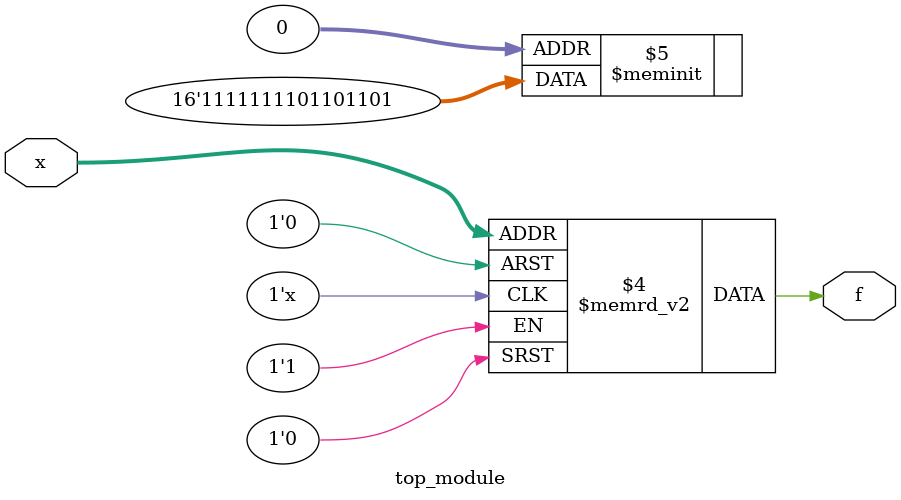
<source format=sv>
module top_module (
    input [4:1] x,
    output logic f
);

// Karnaugh map:
//        x[1]x[2]
// x[3]x[4]   00 01 11 10
//  00 | d | 0 | d | d |
//  01 | 0 | d | 1 | 0 |
//  11 | 1 | 1 | d | d |
//  10 | 1 | 1 | 0 | d |

// Truth table:
//   x[4] x[3] x[2] x[1] | f
//   ---------------------
//     0    0    0    0  | d
//     0    0    0    1  | 0
//     0    0    1    0  | d
//     0    0    1    1  | d
//     0    1    0    0  | 0
//     0    1    0    1  | d
//     0    1    1    0  | 1
//     0    1    1    1  | 0
//     1    0    0    0  | 1
//     1    0    0    1  | 1
//     1    0    1    0  | d
//     1    0    1    1  | d
//     1    1    0    0  | 1
//     1    1    0    1  | 1
//     1    1    1    0  | d
//     1    1    1    1  | d

// Implement the function f:

// Assigning the output values based on the Karnaugh map:
always_comb begin
    case (x)
        4'b0000: f = 1'b1; // d
        4'b0001: f = 1'b0;
        4'b0010: f = 1'b1; // d
        4'b0011: f = 1'b1; // d
        4'b0100: f = 1'b0;
        4'b0101: f = 1'b1; // d
        4'b0110: f = 1'b1;
        4'b0111: f = 1'b0;
        4'b1000: f = 1'b1;
        4'b1001: f = 1'b1;
        4'b1010: f = 1'b1; // d
        4'b1011: f = 1'b1; // d
        4'b1100: f = 1'b1;
        4'b1101: f = 1'b1;
        4'b1110: f = 1'b1; // d
        4'b1111: f = 1'b1; // d
    endcase
end

endmodule

</source>
